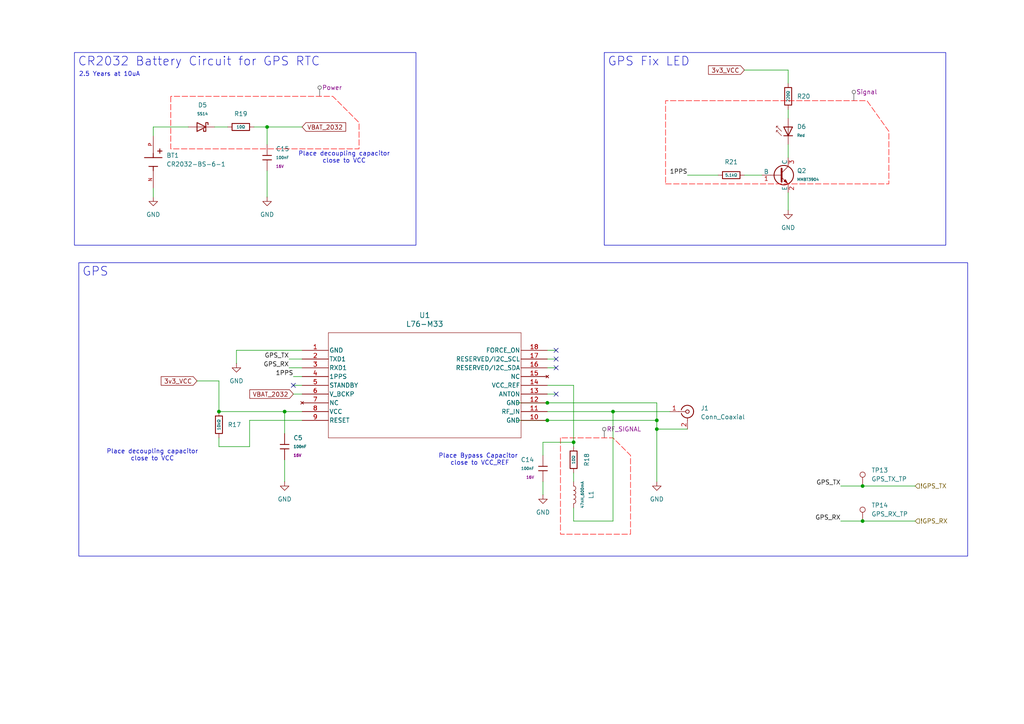
<source format=kicad_sch>
(kicad_sch (version 20250114) (generator "eeschema") (generator_version "9.0")
  (paper "A4")
  (title_block (title "Mileage Logger") (rev "DEV_001") (company "Jake Odgers"))
  (lib_symbols
    (symbol "CR2032-BS-6-1:CR2032-BS-6-1" (pin_names (offset 1.016))
      (property "Reference" "BT" (at -3.81 3.81 0))
      (property "Value" "CR2032-BS-6-1" (at -3.81 -5.08 0))
      (symbol "CR2032-BS-6-1_0_0"
        (polyline (pts (xy -3.81 1.905) (xy -2.54 1.905)) (stroke (width 0.254)))
        (polyline (pts (xy -3.175 2.54) (xy -3.175 1.27)) (stroke (width 0.254)))
        (polyline (pts (xy -1.27 2.54) (xy -1.27 0)) (stroke (width 0.254)))
        (polyline (pts (xy -1.27 0) (xy -2.54 0)) (stroke (width 0.254)))
        (polyline (pts (xy -1.27 0) (xy -1.27 -2.54)) (stroke (width 0.254)))
        (polyline (pts (xy 1.27 1.27) (xy 1.27 0)) (stroke (width 0.254)))
        (polyline (pts (xy 1.27 0) (xy 1.27 -1.27)) (stroke (width 0.254)))
        (polyline (pts (xy 1.27 0) (xy 2.54 0)) (stroke (width 0.254)))
        (pin passive line (at -7.62 0 0) (length 5.08) (name "~") (number "P"))
        (pin passive line (at 7.62 0 180) (length 5.08) (name "~") (number "N"))
      )
    )
    (symbol "Connector:Conn_Coaxial" (pin_names (offset 1.016) (hide yes))
      (property "Reference" "J" (at 0.254 3.048 0))
      (property "Value" "Conn_Coaxial" (at 2.921 0 90))
      (symbol "Conn_Coaxial_0_1"
        (polyline (pts (xy -2.54 0) (xy -0.508 0)))
        (arc (start 1.778 0) (mid 0.222 -1.8079) (end -1.778 -0.508) (stroke (width 0.254)))
        (arc (start -1.778 0.508) (mid 0.2221 1.8084) (end 1.778 0) (stroke (width 0.254)))
        (circle (center 0 0) (radius 0.508) (stroke (width 0.2032)))
        (polyline (pts (xy 0 -2.54) (xy 0 -1.778)))
      )
      (symbol "Conn_Coaxial_1_1"
        (pin passive line (at -5.08 0 0) (length 2.54) (name "In") (number "1"))
        (pin passive line (at 0 -5.08 90) (length 2.54) (name "Ext") (number "2"))
      )
    )
    (symbol "Connector:TestPoint" (pin_numbers (hide yes)) (pin_names (offset 0.762) (hide yes))
      (property "Reference" "TP" (at 0 6.858 0))
      (property "Value" "TestPoint" (at 0 5.08 0))
      (symbol "TestPoint_0_1"
        (circle (center 0 3.302) (radius 0.762))
      )
      (symbol "TestPoint_1_1"
        (pin passive line (at 0 0 90) (length 2.54) (name "1") (number "1"))
      )
    )
    (symbol "L76L-M33 GNSS:L76-M33" (pin_names (offset 0.254))
      (property "Reference" "U" (at 35.56 10.16 0))
      (property "Value" "L76-M33" (at 35.56 7.62 0))
      (symbol "L76-M33_0_1"
        (polyline (pts (xy 7.62 5.08) (xy 7.62 -25.4)) (stroke (width 0.127)))
        (polyline (pts (xy 7.62 -25.4) (xy 63.5 -25.4)) (stroke (width 0.127)))
        (polyline (pts (xy 63.5 5.08) (xy 7.62 5.08)) (stroke (width 0.127)))
        (polyline (pts (xy 63.5 -25.4) (xy 63.5 5.08)) (stroke (width 0.127)))
        (pin power_out line (at 0 0 0) (length 7.62) (name "GND") (number "1"))
        (pin output line (at 0 -2.54 0) (length 7.62) (name "TXD1") (number "2"))
        (pin input line (at 0 -5.08 0) (length 7.62) (name "RXD1") (number "3"))
        (pin output line (at 0 -7.62 0) (length 7.62) (name "1PPS") (number "4"))
        (pin input line (at 0 -10.16 0) (length 7.62) (name "STANDBY") (number "5"))
        (pin power_in line (at 0 -12.7 0) (length 7.62) (name "V_BCKP") (number "6"))
        (pin no_connect line (at 0 -15.24 0) (length 7.62) (name "NC") (number "7"))
        (pin power_in line (at 0 -17.78 0) (length 7.62) (name "VCC") (number "8"))
        (pin input line (at 0 -20.32 0) (length 7.62) (name "RESET") (number "9"))
        (pin input line (at 71.12 0 180) (length 7.62) (name "FORCE_ON") (number "18"))
        (pin bidirectional line (at 71.12 -2.54 180) (length 7.62) (name "RESERVED/I2C_SCL") (number "17"))
        (pin bidirectional line (at 71.12 -5.08 180) (length 7.62) (name "RESERVED/I2C_SDA") (number "16"))
        (pin no_connect line (at 71.12 -7.62 180) (length 7.62) (name "NC") (number "15"))
        (pin power_in line (at 71.12 -10.16 180) (length 7.62) (name "VCC_REF") (number "14"))
        (pin output line (at 71.12 -12.7 180) (length 7.62) (name "ANTON") (number "13"))
        (pin power_out line (at 71.12 -15.24 180) (length 7.62) (name "GND") (number "12"))
        (pin input line (at 71.12 -17.78 180) (length 7.62) (name "RF_IN") (number "11"))
        (pin power_out line (at 71.12 -20.32 180) (length 7.62) (name "GND") (number "10"))
      )
    )
    (symbol "PCM_JLCPCB-Capacitors:0402,100nF" (pin_numbers (hide yes)) (pin_names (offset 0))
      (property "Reference" "C" (at 2.032 1.668 0))
      (property "Value" "100nF" (at 2.032 -0.3782 0))
      (property "Voltage Rated" "16V" (at 2.032 -2.0462 0))
      (symbol "0402,100nF_0_1"
        (polyline (pts (xy -1.27 0.635) (xy 1.27 0.635)) (stroke (width 0.254)))
        (polyline (pts (xy -1.27 -0.635) (xy 1.27 -0.635)) (stroke (width 0.254)))
      )
      (symbol "0402,100nF_1_1"
        (pin passive line (at 0 3.81 270) (length 3.175) (name "~") (number "1"))
        (pin passive line (at 0 -3.81 90) (length 3.175) (name "~") (number "2"))
      )
    )
    (symbol "PCM_JLCPCB-Diodes:LED,0805,Red" (pin_numbers (hide yes)) (pin_names (offset 0))
      (property "Reference" "D" (at 2.032 0.834 0))
      (property "Value" "Red" (at 2.032 -1.2122 0))
      (symbol "LED,0805,Red_0_1"
        (polyline (pts (xy -1.905 0) (xy -3.429 1.524) (xy -3.429 1.016) (xy -3.429 1.524) (xy -2.921 1.524)) (stroke (width 0.127)))
        (polyline (pts (xy -1.905 -1.27) (xy -3.429 0.254) (xy -3.429 -0.254) (xy -3.429 0.254) (xy -2.921 0.254)) (stroke (width 0.127)))
        (polyline (pts (xy -1.27 1.27) (xy 0 -1.27) (xy 1.27 1.27) (xy -1.27 1.27)) (stroke (width 0.254)))
        (polyline (pts (xy -1.27 -1.27) (xy 1.27 -1.27)) (stroke (width 0.254)))
      )
      (symbol "LED,0805,Red_1_1"
        (pin passive line (at 0 3.81 270) (length 3.81) (name "~") (number "2"))
        (pin passive line (at 0 -3.81 90) (length 3.81) (name "~") (number "1"))
      )
    )
    (symbol "PCM_JLCPCB-Diodes:Schottky,SS14" (pin_numbers (hide yes)) (pin_names (offset 0))
      (property "Reference" "D" (at 2.032 0.834 0))
      (property "Value" "SS14" (at 2.032 -1.2122 0))
      (symbol "Schottky,SS14_0_1"
        (polyline (pts (xy -1.27 1.27) (xy 0 -1.27) (xy 1.27 1.27) (xy -1.27 1.27)) (stroke (width 0.254)))
        (polyline (pts (xy 0.635 -1.905) (xy 1.27 -1.905) (xy 1.27 -1.27) (xy -1.27 -1.27) (xy -1.27 -0.635) (xy -0.635 -0.635)) (stroke (width 0.254)))
      )
      (symbol "Schottky,SS14_1_1"
        (pin passive line (at 0 3.81 270) (length 3.81) (name "~") (number "2"))
        (pin passive line (at 0 -3.81 90) (length 3.81) (name "~") (number "1"))
      )
    )
    (symbol "PCM_JLCPCB-Inductors:47nH_600mA" (pin_numbers (hide yes)) (pin_names (offset 0))
      (property "Reference" "L" (at 1.2673 0.834 0))
      (property "Value" "47nH_600mA" (at 1.2673 -1.2122 0))
      (symbol "47nH_600mA_0_1"
        (arc (start 0 2.54) (mid 0.6323 1.905) (end 0 1.27))
        (arc (start 0 1.27) (mid 0.6323 0.635) (end 0 0))
        (arc (start 0 0) (mid 0.6323 -0.635) (end 0 -1.27))
        (arc (start 0 -1.27) (mid 0.6323 -1.905) (end 0 -2.54))
      )
      (symbol "47nH_600mA_1_1"
        (pin passive line (at 0 3.81 270) (length 1.27) (name "~") (number "1"))
        (pin passive line (at 0 -3.81 90) (length 1.27) (name "~") (number "2"))
      )
    )
    (symbol "PCM_JLCPCB-Resistors:0402,10kΩ" (pin_numbers (hide yes)) (pin_names (offset 0))
      (property "Reference" "R" (at 1.778 0 0))
      (property "Value" "10kΩ" (at 0 0 90))
      (symbol "0402,10kΩ_0_1"
        (rectangle (start -1.016 2.54) (end 1.016 -2.54) (stroke (width 0.254)))
      )
      (symbol "0402,10kΩ_1_1"
        (pin passive line (at 0 3.81 270) (length 1.27) (name "~") (number "1"))
        (pin passive line (at 0 -3.81 90) (length 1.27) (name "~") (number "2"))
      )
    )
    (symbol "PCM_JLCPCB-Resistors:0402,10Ω" (pin_numbers (hide yes)) (pin_names (offset 0))
      (property "Reference" "R" (at 1.778 0 0))
      (property "Value" "10Ω" (at 0 0 90))
      (symbol "0402,10Ω_0_1"
        (rectangle (start -1.016 2.54) (end 1.016 -2.54) (stroke (width 0.254)))
      )
      (symbol "0402,10Ω_1_1"
        (pin passive line (at 0 3.81 270) (length 1.27) (name "~") (number "1"))
        (pin passive line (at 0 -3.81 90) (length 1.27) (name "~") (number "2"))
      )
    )
    (symbol "PCM_JLCPCB-Resistors:0402,220Ω" (pin_numbers (hide yes)) (pin_names (offset 0))
      (property "Reference" "R" (at 1.778 0 0))
      (property "Value" "220Ω" (at 0 0 90))
      (symbol "0402,220Ω_0_1"
        (rectangle (start -1.016 2.54) (end 1.016 -2.54) (stroke (width 0.254)))
      )
      (symbol "0402,220Ω_1_1"
        (pin passive line (at 0 3.81 270) (length 1.27) (name "~") (number "1"))
        (pin passive line (at 0 -3.81 90) (length 1.27) (name "~") (number "2"))
      )
    )
    (symbol "PCM_JLCPCB-Resistors:0402,5.1kΩ" (pin_numbers (hide yes)) (pin_names (offset 0))
      (property "Reference" "R" (at 1.778 0 0))
      (property "Value" "5.1kΩ" (at 0 0 90))
      (symbol "0402,5.1kΩ_0_1"
        (rectangle (start -1.016 2.54) (end 1.016 -2.54) (stroke (width 0.254)))
      )
      (symbol "0402,5.1kΩ_1_1"
        (pin passive line (at 0 3.81 270) (length 1.27) (name "~") (number "1"))
        (pin passive line (at 0 -3.81 90) (length 1.27) (name "~") (number "2"))
      )
    )
    (symbol "PCM_JLCPCB-Transistors:NPN,MMBT3904" (pin_names (offset 0))
      (property "Reference" "Q" (at 4.8514 0.834 0))
      (property "Value" "MMBT3904" (at 4.8514 -1.2122 0))
      (symbol "NPN,MMBT3904_0_1"
        (polyline (pts (xy -2.54 0) (xy 0.635 0)) (stroke (width 0.1524)))
        (polyline (pts (xy 0.635 1.905) (xy 0.635 -1.905) (xy 0.635 -1.905)) (stroke (width 0.508)))
        (polyline (pts (xy 0.635 0.635) (xy 2.54 2.54)))
        (polyline (pts (xy 0.635 -0.635) (xy 2.54 -2.54) (xy 2.54 -2.54)))
        (circle (center 1.27 0) (radius 2.8194) (stroke (width 0.254)))
        (polyline (pts (xy 1.27 -1.778) (xy 1.778 -1.27) (xy 2.286 -2.286) (xy 1.27 -1.778) (xy 1.27 -1.778)) (fill (type outline)))
        (polyline (pts (xy 2.794 -1.27) (xy 2.794 -1.27)) (stroke (width 0.1524)))
        (polyline (pts (xy 2.794 -1.27) (xy 2.794 -1.27)) (stroke (width 0.1524)))
      )
      (symbol "NPN,MMBT3904_1_1"
        (pin input line (at -5.08 0 0) (length 2.54) (name "B") (number "1"))
        (pin open_collector line (at 2.54 5.08 270) (length 2.54) (name "C") (number "3"))
        (pin open_emitter line (at 2.54 -5.08 90) (length 2.54) (name "E") (number "2"))
      )
    )
    (symbol "power:GND" (power) (pin_numbers (hide yes)) (pin_names (offset 0) (hide yes))
      (property "Value" "GND" (at 0 -3.81 0))
      (symbol "GND_0_1"
        (polyline (pts (xy 0 0) (xy 0 -1.27) (xy 1.27 -1.27) (xy 0 -2.54) (xy -1.27 -1.27) (xy 0 -1.27)))
      )
      (symbol "GND_1_1"
        (pin power_in line (at 0 0 270) (length 0) (name "~") (number "1"))
      )
    )
  )
  (text "2.5 Years at 10uA" (at 31.75 21.59 0) (effects (font (size 1.27 1.27))))
  (text "Place Bypass Capacitor\n close to VCC_REF\n\n" (at 138.684 134.366 0) (effects (font (size 1.27 1.27))))
  (text "Place decoupling capacitor\nclose to VCC\n" (at 44.196 132.08 0) (effects (font (size 1.27 1.27))))
  (text "Place decoupling capacitor\nclose to VCC\n" (at 99.822 45.72 0) (effects (font (size 1.27 1.27))))
  (text_box "GPS " (at 22.86 76.2 0) (size 257.81 85.09) (margins 0.9525 0.9525 0.9525 0.9525) (effects (font (size 2.54 2.54)) (justify left top)))
  (text_box "GPS Fix LED" (at 175.26 15.24 0) (size 99.06 55.88) (margins 0.9525 0.9525 0.9525 0.9525) (effects (font (size 2.54 2.54)) (justify left top)))
  (text_box "CR2032 Battery Circuit for GPS RTC\n" (at 21.59 15.24 0) (size 99.06 55.88) (margins 0.9525 0.9525 0.9525 0.9525) (effects (font (size 2.54 2.54)) (justify left top)))
  (junction (at 190.5 124.46))
  (junction (at 63.5 119.38))
  (junction (at 82.55 119.38))
  (junction (at 250.19 140.97))
  (junction (at 158.75 121.92))
  (junction (at 250.19 151.13))
  (junction (at 177.8 119.38))
  (junction (at 77.47 36.83))
  (junction (at 190.5 121.92))
  (junction (at 166.37 128.27))
  (junction (at 158.75 116.84))
  (no_connect (at 161.29 106.68))
  (no_connect (at 161.29 104.14))
  (no_connect (at 161.29 114.3))
  (no_connect (at 161.29 101.6))
  (no_connect (at 85.09 111.76))
  (wire (pts (xy 250.19 140.97) (xy 265.43 140.97)))
  (wire (pts (xy 68.58 101.6) (xy 68.58 105.41)))
  (wire (pts (xy 83.82 106.68) (xy 87.63 106.68)))
  (wire (pts (xy 44.45 39.37) (xy 44.45 36.83)))
  (wire (pts (xy 85.09 111.76) (xy 87.63 111.76)))
  (wire (pts (xy 199.39 50.8) (xy 208.28 50.8)))
  (wire (pts (xy 82.55 119.38) (xy 87.63 119.38)))
  (wire (pts (xy 166.37 111.76) (xy 166.37 128.27)))
  (wire (pts (xy 158.75 114.3) (xy 161.29 114.3)))
  (wire (pts (xy 73.66 36.83) (xy 77.47 36.83)))
  (wire (pts (xy 157.48 128.27) (xy 157.48 132.08)))
  (wire (pts (xy 158.75 119.38) (xy 177.8 119.38)))
  (wire (pts (xy 83.82 104.14) (xy 87.63 104.14)))
  (wire (pts (xy 166.37 128.27) (xy 157.48 128.27)))
  (wire (pts (xy 166.37 137.16) (xy 166.37 139.7)))
  (wire (pts (xy 228.6 20.32) (xy 228.6 24.13)))
  (wire (pts (xy 158.75 121.92) (xy 190.5 121.92)))
  (wire (pts (xy 85.09 114.3) (xy 87.63 114.3)))
  (wire (pts (xy 243.84 151.13) (xy 250.19 151.13)))
  (wire (pts (xy 228.6 55.88) (xy 228.6 60.96)))
  (wire (pts (xy 62.23 36.83) (xy 66.04 36.83)))
  (wire (pts (xy 77.47 49.53) (xy 77.47 57.15)))
  (wire (pts (xy 157.48 139.7) (xy 157.48 143.51)))
  (wire (pts (xy 44.45 36.83) (xy 54.61 36.83)))
  (wire (pts (xy 190.5 116.84) (xy 190.5 121.92)))
  (wire (pts (xy 177.8 119.38) (xy 194.31 119.38)))
  (wire (pts (xy 166.37 128.27) (xy 166.37 129.54)))
  (wire (pts (xy 190.5 121.92) (xy 190.5 124.46)))
  (wire (pts (xy 228.6 31.75) (xy 228.6 34.29)))
  (wire (pts (xy 87.63 101.6) (xy 68.58 101.6)))
  (wire (pts (xy 77.47 36.83) (xy 77.47 41.91)))
  (wire (pts (xy 228.6 41.91) (xy 228.6 45.72)))
  (wire (pts (xy 166.37 151.13) (xy 177.8 151.13)))
  (wire (pts (xy 85.09 109.22) (xy 87.63 109.22)))
  (wire (pts (xy 166.37 111.76) (xy 158.75 111.76)))
  (wire (pts (xy 82.55 133.35) (xy 82.55 139.7)))
  (wire (pts (xy 250.19 151.13) (xy 265.43 151.13)))
  (wire (pts (xy 190.5 124.46) (xy 190.5 139.7)))
  (wire (pts (xy 63.5 110.49) (xy 57.15 110.49)))
  (wire (pts (xy 215.9 20.32) (xy 228.6 20.32)))
  (wire (pts (xy 158.75 106.68) (xy 161.29 106.68)))
  (wire (pts (xy 72.39 121.92) (xy 72.39 129.54)))
  (wire (pts (xy 149.86 121.92) (xy 158.75 121.92)))
  (wire (pts (xy 158.75 116.84) (xy 190.5 116.84)))
  (wire (pts (xy 158.75 101.6) (xy 161.29 101.6)))
  (wire (pts (xy 190.5 124.46) (xy 199.39 124.46)))
  (wire (pts (xy 44.45 54.61) (xy 44.45 57.15)))
  (wire (pts (xy 166.37 147.32) (xy 166.37 151.13)))
  (wire (pts (xy 63.5 119.38) (xy 82.55 119.38)))
  (wire (pts (xy 63.5 129.54) (xy 63.5 127)))
  (wire (pts (xy 87.63 121.92) (xy 72.39 121.92)))
  (wire (pts (xy 149.86 116.84) (xy 158.75 116.84)))
  (wire (pts (xy 215.9 50.8) (xy 220.98 50.8)))
  (wire (pts (xy 72.39 129.54) (xy 63.5 129.54)))
  (wire (pts (xy 63.5 119.38) (xy 63.5 110.49)))
  (wire (pts (xy 158.75 104.14) (xy 161.29 104.14)))
  (wire (pts (xy 77.47 36.83) (xy 87.63 36.83)))
  (wire (pts (xy 82.55 125.73) (xy 82.55 119.38)))
  (wire (pts (xy 243.84 140.97) (xy 250.19 140.97)))
  (wire (pts (xy 177.8 119.38) (xy 177.8 151.13)))
  (label "GPS_TX" (at 243.84 140.97 180))
  (label "1PPS" (at 199.39 50.8 180))
  (label "GPS_TX" (at 83.82 104.14 180))
  (label "1PPS" (at 85.09 109.22 180))
  (label "GPS_RX" (at 83.82 106.68 180))
  (label "GPS_RX" (at 243.84 151.13 180))
  (global_label "VBAT_2032" (shape input) (at 85.09 114.3 180) (property "Intersheetrefs" "${INTERSHEET_REFS}" (effects (hide yes))))
  (global_label "3v3_VCC" (shape input) (at 57.15 110.49 180) (property "Intersheetrefs" "${INTERSHEET_REFS}" (effects (hide yes))))
  (global_label "3v3_VCC" (shape input) (at 215.9 20.32 180) (property "Intersheetrefs" "${INTERSHEET_REFS}" (effects (hide yes))))
  (global_label "VBAT_2032" (shape input) (at 87.63 36.83 0) (property "Intersheetrefs" "${INTERSHEET_REFS}" (effects (hide yes))))
  (hierarchical_label "!GPS_RX" (shape input) (at 265.43 151.13 0))
  (hierarchical_label "!GPS_TX" (shape input) (at 265.43 140.97 0))
  (rule_area (polyline (pts (xy 49.53 27.94) (xy 49.53 43.18) (xy 104.14 43.18) (xy 104.14 35.56) (xy 96.52 27.94)) (stroke (width 0) (type dash))))
  (rule_area (polyline (pts (xy 193.04 53.34) (xy 257.81 53.34) (xy 257.81 38.1) (xy 251.46 29.21) (xy 193.04 29.21) (xy 193.04 31.75)) (stroke (width 0) (type dash))))
  (rule_area (polyline (pts (xy 162.56 127) (xy 162.56 154.94) (xy 182.88 154.94) (xy 182.88 132.08) (xy 177.8 127)) (stroke (width 0) (type dash))))
  (netclass_flag "" (length 2.54) (shape round) (at 92.71 27.94 0) (property "Netclass" "Power" (at 93.4085 25.4 0) (effects (justify left))))
  (netclass_flag "" (length 2.54) (shape round) (at 175.26 127 0) (property "Netclass" "RF_SIGNAL" (at 175.9585 124.46 0) (effects (justify left))))
  (netclass_flag "" (length 2.54) (shape round) (at 247.65 29.21 0) (property "Netclass" "Signal" (at 248.3485 26.67 0) (effects (justify left))))
  (symbol (lib_id "PCM_JLCPCB-Capacitors:0402,100nF") (at 77.47 45.72 0) (unit 1)
    (property "Reference" "C15" (at 80.01 43.1799 0) (effects (justify left)))
    (property "Value" "100nF" (at 80.01 45.72 0) (effects (font (size 0.8 0.8)) (justify left)))
    (property "Footprint" "PCM_JLCPCB:C_0402" (effects (hide yes)))
    (property "Datasheet" "https://www.lcsc.com/datasheet/lcsc_datasheet_2304140030_Samsung-Electro-Mechanics-CL05B104KO5NNNC_C1525.pdf" (effects (hide yes)))
    (property "Description" "16V 100nF X7R ±10% 0402 Multilayer Ceramic Capacitors MLCC - SMD/SMT ROHS" (effects (hide yes)))
    (property "LCSC" "C1525" (effects (hide yes)))
    (property "Stock" "20208285" (effects (hide yes)))
    (property "Price" "0.004USD" (effects (hide yes)))
    (property "Process" "SMT" (effects (hide yes)))
    (property "Minimum Qty" "20" (effects (hide yes)))
    (property "Attrition Qty" "10" (effects (hide yes)))
    (property "Class" "Basic Component" (effects (hide yes)))
    (property "Category" "Capacitors,Multilayer Ceramic Capacitors MLCC - SMD/SMT" (effects (hide yes)))
    (property "Manufacturer" "Samsung Electro-Mechanics" (effects (hide yes)))
    (property "Part" "CL05B104KO5NNNC" (effects (hide yes)))
    (property "Voltage Rated" "16V" (at 80.01 48.26 0) (effects (font (size 0.8 0.8)) (justify left)))
    (property "Tolerance" "±10%" (effects (hide yes)))
    (property "Capacitance" "100nF" (effects (hide yes)))
    (property "Temperature Coefficient" "X7R" (effects (hide yes)))
  )
  (symbol (lib_id "PCM_JLCPCB-Capacitors:0402,100nF") (at 157.48 135.89 0) (mirror y) (unit 1)
    (property "Reference" "C14" (at 154.94 133.3499 0) (effects (justify left)))
    (property "Value" "100nF" (at 154.94 135.89 0) (effects (font (size 0.8 0.8)) (justify left)))
    (property "Footprint" "PCM_JLCPCB:C_0402" (effects (hide yes)))
    (property "Datasheet" "https://www.lcsc.com/datasheet/lcsc_datasheet_2304140030_Samsung-Electro-Mechanics-CL05B104KO5NNNC_C1525.pdf" (effects (hide yes)))
    (property "Description" "16V 100nF X7R ±10% 0402 Multilayer Ceramic Capacitors MLCC - SMD/SMT ROHS" (effects (hide yes)))
    (property "LCSC" "C1525" (effects (hide yes)))
    (property "Stock" "20208285" (effects (hide yes)))
    (property "Price" "0.004USD" (effects (hide yes)))
    (property "Process" "SMT" (effects (hide yes)))
    (property "Minimum Qty" "20" (effects (hide yes)))
    (property "Attrition Qty" "10" (effects (hide yes)))
    (property "Class" "Basic Component" (effects (hide yes)))
    (property "Category" "Capacitors,Multilayer Ceramic Capacitors MLCC - SMD/SMT" (effects (hide yes)))
    (property "Manufacturer" "Samsung Electro-Mechanics" (effects (hide yes)))
    (property "Part" "CL05B104KO5NNNC" (effects (hide yes)))
    (property "Voltage Rated" "16V" (at 154.94 138.43 0) (effects (font (size 0.8 0.8)) (justify left)))
    (property "Tolerance" "±10%" (effects (hide yes)))
    (property "Capacitance" "100nF" (effects (hide yes)))
    (property "Temperature Coefficient" "X7R" (effects (hide yes)))
  )
  (symbol (lib_id "PCM_JLCPCB-Diodes:Schottky,SS14") (at 58.42 36.83 90) (unit 1)
    (property "Reference" "D5" (at 58.7375 30.48 90))
    (property "Value" "SS14" (at 58.7375 33.02 90) (effects (font (size 0.8 0.8))))
    (property "Footprint" "PCM_JLCPCB:D_SMA" (effects (hide yes)))
    (property "Datasheet" "https://www.lcsc.com/datasheet/lcsc_datasheet_2407101109_MDD-Microdiode-Semiconductor-SS14_C2480.pdf" (effects (hide yes)))
    (property "Description" "40V Independent Type 1A 550mV@1A SMA(DO-214AC) Schottky Diodes ROHS" (effects (hide yes)))
    (property "LCSC" "C2480" (effects (hide yes)))
    (property "Stock" "1115112" (effects (hide yes)))
    (property "Price" "0.018USD" (effects (hide yes)))
    (property "Process" "SMT" (effects (hide yes)))
    (property "Minimum Qty" "5" (effects (hide yes)))
    (property "Attrition Qty" "10" (effects (hide yes)))
    (property "Class" "Basic Component" (effects (hide yes)))
    (property "Category" "Diodes,Schottky Barrier Diodes (SBD)" (effects (hide yes)))
    (property "Manufacturer" "MDD（Microdiode Electronics）" (effects (hide yes)))
    (property "Part" "SS14" (effects (hide yes)))
    (property "Rectified Current" "1A" (effects (hide yes)))
    (property "Forward Voltage (Vf@If)" "550mV@1A" (effects (hide yes)))
    (property "Reverse Voltage (Vr)" "40V" (effects (hide yes)))
    (property "Diode Configuration" "Independent Type" (effects (hide yes)))
    (property "Reverse Leakage Current (Ir)" "300uA@40V" (effects (hide yes)))
  )
  (symbol (lib_id "power:GND") (at 44.45 57.15 0) (unit 1)
    (property "Reference" "#PWR025" (effects (hide yes)))
    (property "Value" "GND" (at 44.45 62.23 0))
    (property "Description" "Power symbol creates a global label with name \"GND\" , ground" (effects (hide yes)))
  )
  (symbol (lib_id "PCM_JLCPCB-Capacitors:0402,100nF") (at 82.55 129.54 0) (unit 1)
    (property "Reference" "C5" (at 85.09 126.9999 0) (effects (justify left)))
    (property "Value" "100nF" (at 85.09 129.54 0) (effects (font (size 0.8 0.8)) (justify left)))
    (property "Footprint" "PCM_JLCPCB:C_0402" (effects (hide yes)))
    (property "Datasheet" "https://www.lcsc.com/datasheet/lcsc_datasheet_2304140030_Samsung-Electro-Mechanics-CL05B104KO5NNNC_C1525.pdf" (effects (hide yes)))
    (property "Description" "16V 100nF X7R ±10% 0402 Multilayer Ceramic Capacitors MLCC - SMD/SMT ROHS" (effects (hide yes)))
    (property "LCSC" "C1525" (effects (hide yes)))
    (property "Stock" "20208285" (effects (hide yes)))
    (property "Price" "0.004USD" (effects (hide yes)))
    (property "Process" "SMT" (effects (hide yes)))
    (property "Minimum Qty" "20" (effects (hide yes)))
    (property "Attrition Qty" "10" (effects (hide yes)))
    (property "Class" "Basic Component" (effects (hide yes)))
    (property "Category" "Capacitors,Multilayer Ceramic Capacitors MLCC - SMD/SMT" (effects (hide yes)))
    (property "Manufacturer" "Samsung Electro-Mechanics" (effects (hide yes)))
    (property "Part" "CL05B104KO5NNNC" (effects (hide yes)))
    (property "Voltage Rated" "16V" (at 85.09 132.08 0) (effects (font (size 0.8 0.8)) (justify left)))
    (property "Tolerance" "±10%" (effects (hide yes)))
    (property "Capacitance" "100nF" (effects (hide yes)))
    (property "Temperature Coefficient" "X7R" (effects (hide yes)))
  )
  (symbol (lib_id "L76L-M33 GNSS:L76-M33") (at 87.63 101.6 0) (unit 1)
    (property "Reference" "U1" (at 123.19 91.44 0) (effects (font (size 1.524 1.524))))
    (property "Value" "L76-M33" (at 123.19 93.98 0) (effects (font (size 1.524 1.524))))
    (property "Footprint" "GPS L76-M33:L76_QWS" (effects (hide yes)))
    (property "Datasheet" "L76-M33" (effects (hide yes)))
  )
  (symbol (lib_id "Connector:Conn_Coaxial") (at 199.39 119.38 0) (unit 1)
    (property "Reference" "J1" (at 203.2 118.4031 0) (effects (justify left)))
    (property "Value" "Conn_Coaxial" (at 203.2 120.9431 0) (effects (justify left)))
    (property "Footprint" "Connector_Coaxial:SMA_Amphenol_901-143_Horizontal" (effects (hide yes)))
    (property "Description" "coaxial connector (BNC, SMA, SMB, SMC, Cinch/RCA, LEMO, ...)" (effects (hide yes)))
  )
  (symbol (lib_id "Connector:TestPoint") (at 250.19 151.13 0) (unit 1)
    (property "Reference" "TP14" (at 252.73 146.5579 0) (effects (justify left)))
    (property "Value" "GPS_RX_TP" (at 252.73 149.0979 0) (effects (justify left)))
    (property "Footprint" "TestPoint:TestPoint_Pad_D2.5mm" (effects (hide yes)))
    (property "Description" "test point" (effects (hide yes)))
  )
  (symbol (lib_id "power:GND") (at 190.5 139.7 0) (unit 1)
    (property "Reference" "#PWR022" (effects (hide yes)))
    (property "Value" "GND" (at 190.5 144.78 0))
    (property "Description" "Power symbol creates a global label with name \"GND\" , ground" (effects (hide yes)))
  )
  (symbol (lib_id "PCM_JLCPCB-Resistors:0402,10kΩ") (at 63.5 123.19 0) (unit 1)
    (property "Reference" "R17" (at 66.04 123.1899 0) (effects (justify left)))
    (property "Value" "10kΩ" (at 63.5 123.19 90) (effects (font (size 0.8 0.8))))
    (property "Footprint" "PCM_JLCPCB:R_0402" (effects (hide yes)))
    (property "Datasheet" "https://www.lcsc.com/datasheet/lcsc_datasheet_2411221126_UNI-ROYAL-Uniroyal-Elec-0402WGF1002TCE_C25744.pdf" (effects (hide yes)))
    (property "Description" "62.5mW Thick Film Resistors 50V ±100ppm/°C ±1% 10kΩ 0402 Chip Resistor - Surface Mount ROHS" (effects (hide yes)))
    (property "LCSC" "C25744" (effects (hide yes)))
    (property "Stock" "24372091" (effects (hide yes)))
    (property "Price" "0.004USD" (effects (hide yes)))
    (property "Process" "SMT" (effects (hide yes)))
    (property "Minimum Qty" "20" (effects (hide yes)))
    (property "Attrition Qty" "10" (effects (hide yes)))
    (property "Class" "Basic Component" (effects (hide yes)))
    (property "Category" "Resistors,Chip Resistor - Surface Mount" (effects (hide yes)))
    (property "Manufacturer" "UNI-ROYAL(Uniroyal Elec)" (effects (hide yes)))
    (property "Part" "0402WGF1002TCE" (effects (hide yes)))
    (property "Resistance" "10kΩ" (effects (hide yes)))
    (property "Power(Watts)" "62.5mW" (effects (hide yes)))
    (property "Type" "Thick Film Resistors" (effects (hide yes)))
    (property "Overload Voltage (Max)" "50V" (effects (hide yes)))
    (property "Operating Temperature Range" "-55°C~+155°C" (effects (hide yes)))
    (property "Tolerance" "±1%" (effects (hide yes)))
    (property "Temperature Coefficient" "±100ppm/°C" (effects (hide yes)))
  )
  (symbol (lib_id "power:GND") (at 68.58 105.41 0) (unit 1)
    (property "Reference" "#PWR023" (effects (hide yes)))
    (property "Value" "GND" (at 68.58 110.49 0))
    (property "Description" "Power symbol creates a global label with name \"GND\" , ground" (effects (hide yes)))
  )
  (symbol (lib_id "PCM_JLCPCB-Resistors:0402,220Ω") (at 228.6 27.94 0) (unit 1)
    (property "Reference" "R20" (at 231.14 27.9399 0) (effects (justify left)))
    (property "Value" "220Ω" (at 228.6 27.94 90) (effects (font (size 0.8 0.8))))
    (property "Footprint" "PCM_JLCPCB:R_0402" (effects (hide yes)))
    (property "Datasheet" "https://www.lcsc.com/datasheet/lcsc_datasheet_2205311900_UNI-ROYAL-Uniroyal-Elec-0402WGF2200TCE_C25091.pdf" (effects (hide yes)))
    (property "Description" "62.5mW Thick Film Resistors 50V ±100ppm/°C ±1% 220Ω 0402 Chip Resistor - Surface Mount ROHS" (effects (hide yes)))
    (property "LCSC" "C25091" (effects (hide yes)))
    (property "Stock" "1127279" (effects (hide yes)))
    (property "Price" "0.004USD" (effects (hide yes)))
    (property "Process" "SMT" (effects (hide yes)))
    (property "Minimum Qty" "20" (effects (hide yes)))
    (property "Attrition Qty" "10" (effects (hide yes)))
    (property "Class" "Basic Component" (effects (hide yes)))
    (property "Category" "Resistors,Chip Resistor - Surface Mount" (effects (hide yes)))
    (property "Manufacturer" "UNI-ROYAL(Uniroyal Elec)" (effects (hide yes)))
    (property "Part" "0402WGF2200TCE" (effects (hide yes)))
    (property "Resistance" "220Ω" (effects (hide yes)))
    (property "Power(Watts)" "62.5mW" (effects (hide yes)))
    (property "Type" "Thick Film Resistors" (effects (hide yes)))
    (property "Overload Voltage (Max)" "50V" (effects (hide yes)))
    (property "Operating Temperature Range" "-55°C~+155°C" (effects (hide yes)))
    (property "Tolerance" "±1%" (effects (hide yes)))
    (property "Temperature Coefficient" "±100ppm/°C" (effects (hide yes)))
  )
  (symbol (lib_id "power:GND") (at 157.48 143.51 0) (unit 1)
    (property "Reference" "#PWR024" (effects (hide yes)))
    (property "Value" "GND" (at 157.48 148.59 0))
    (property "Description" "Power symbol creates a global label with name \"GND\" , ground" (effects (hide yes)))
  )
  (symbol (lib_id "CR2032-BS-6-1:CR2032-BS-6-1") (at 44.45 46.99 270) (unit 1)
    (property "Reference" "BT1" (at 48.26 45.0849 90) (effects (justify left)))
    (property "Value" "CR2032-BS-6-1" (at 48.26 47.6249 90) (effects (justify left)))
    (property "Footprint" "CR2032:BAT_CR2032-BS-6-1" (effects (hide yes)))
    (property "MF" "Shenzhen Q&J Electronics Co. Ltd" (effects (hide yes)))
    (property "MAXIMUM_PACKAGE_HEIGHT" "5.55mm" (effects (hide yes)))
    (property "Package" "Package" (effects (hide yes)))
    (property "Price" "None" (effects (hide yes)))
    (property "Check_prices" "https://www.snapeda.com/parts/CR2032-BS-6-1/Shenzhen+Huacan+Tianlu+Electronics+Co.%252C+Ltd./view-part/?ref=eda" (effects (hide yes)))
    (property "STANDARD" "Manufacturer Recommendations" (effects (hide yes)))
    (property "PARTREV" "2011/2/14" (effects (hide yes)))
    (property "SnapEDA_Link" "https://www.snapeda.com/parts/CR2032-BS-6-1/Shenzhen+Huacan+Tianlu+Electronics+Co.%252C+Ltd./view-part/?ref=snap" (effects (hide yes)))
    (property "MP" "CR2032-BS-6-1" (effects (hide yes)))
    (property "Description_1" "Battery base CR2032 SMD Battery Connectors ROHS" (effects (hide yes)))
    (property "SNAPEDA_PN" "CR2032-BS-6-1" (effects (hide yes)))
    (property "Availability" "Not in stock" (effects (hide yes)))
    (property "MANUFACTURER" "Shenzhen Q and J Electronics" (effects (hide yes)))
  )
  (symbol (lib_id "power:GND") (at 228.6 60.96 0) (unit 1)
    (property "Reference" "#PWR027" (effects (hide yes)))
    (property "Value" "GND" (at 228.6 66.04 0))
    (property "Description" "Power symbol creates a global label with name \"GND\" , ground" (effects (hide yes)))
  )
  (symbol (lib_id "PCM_JLCPCB-Diodes:LED,0805,Red") (at 228.6 38.1 0) (unit 1)
    (property "Reference" "D6" (at 231.14 36.7346 0) (effects (justify left)))
    (property "Value" "Red" (at 231.14 39.2747 0) (effects (font (size 0.8 0.8)) (justify left)))
    (property "Footprint" "PCM_JLCPCB:D_0805" (effects (hide yes)))
    (property "Datasheet" "https://www.lcsc.com/datasheet/lcsc_datasheet_2409272203_Foshan-NationStar-Optoelectronics-NCD0805R1_C84256.pdf" (effects (hide yes)))
    (property "Description" "25mA Colorless transparent lens 67mcd~195mcd -30°C~+85°C 615nm~630nm Individual diode Red 130° 65mW 1.6V~2.6V 0805 LED Indication - Discrete ROHS" (effects (hide yes)))
    (property "LCSC" "C84256" (effects (hide yes)))
    (property "Stock" "2976925" (effects (hide yes)))
    (property "Price" "0.016USD" (effects (hide yes)))
    (property "Process" "SMT" (effects (hide yes)))
    (property "Minimum Qty" "20" (effects (hide yes)))
    (property "Attrition Qty" "10" (effects (hide yes)))
    (property "Class" "Basic Component" (effects (hide yes)))
    (property "Category" "Optoelectronics,Light Emitting Diodes (LED)" (effects (hide yes)))
    (property "Manufacturer" "Foshan NationStar Optoelectronics" (effects (hide yes)))
    (property "Part" "NCD0805R1" (effects (hide yes)))
    (property "Operating Temperature" "-30°C~+85°C" (effects (hide yes)))
    (property "Viewing Angle" "130°" (effects (hide yes)))
    (property "Forward Current" "25mA" (effects (hide yes)))
    (property "Forward Voltage (VF)" "1.6V~2.6V" (effects (hide yes)))
    (property "Luminous Intensity" "67mcd~195mcd" (effects (hide yes)))
    (property "Dominant Wavelength" "615nm~630nm" (effects (hide yes)))
    (property "Power Dissipation" "65mW" (effects (hide yes)))
    (property "Emitted Color" "Red" (effects (hide yes)))
    (property "Diode Configuration" "Independent Diode" (effects (hide yes)))
    (property "Lens Color" "Colorless Transparent Lens" (effects (hide yes)))
  )
  (symbol (lib_id "PCM_JLCPCB-Inductors:47nH_600mA") (at 166.37 143.51 0) (unit 1)
    (property "Reference" "L1" (at 171.45 143.51 90))
    (property "Value" "47nH_600mA" (at 168.91 143.51 90) (effects (font (size 0.8 0.8))))
    (property "Footprint" "PCM_JLCPCB:L_0603" (effects (hide yes)))
    (property "Datasheet" "https://jlcpcb.com/api/file/downloadByFileSystemAccessId/8588906689525657600" (effects (hide yes)))
    (property "Description" "280mΩ 2GHz 36@200MHz 47nH 600mA ±5% 0603 Inductors (SMD) ROHS" (effects (hide yes)))
    (property "LCSC" "C142358" (effects (hide yes)))
    (property "Stock" "9294" (effects (hide yes)))
    (property "Price" "$0.0383" (effects (hide yes)))
    (property "Process" "SMT" (effects (hide yes)))
    (property "Minimum Qty" "20" (effects (hide yes)))
    (property "Attrition Qty" "6" (effects (hide yes)))
    (property "Class" "Extended Component" (effects (hide yes)))
    (property "Category" "Inductors/Coils/Transformers,Inductors (SMD)" (effects (hide yes)))
    (property "Manufacturer" "FH (Guangdong Fenghua Advanced Tech)" (effects (hide yes)))
    (property "Part" "FHW0603UC047JST" (effects (hide yes)))
    (property "Inductance" "47nH" (effects (hide yes)))
    (property "Q @ Freq" "36@200MHz" (effects (hide yes)))
    (property "Frequency - Self Resonant" "2GHz" (effects (hide yes)))
    (property "Tolerance" "±5%" (effects (hide yes)))
    (property "Rated Current" " 600mA" (effects (hide yes)))
    (property "DC Resistance (DCR)" "280mΩ" (effects (hide yes)))
  )
  (symbol (lib_id "PCM_JLCPCB-Transistors:NPN,MMBT3904") (at 226.06 50.8 0) (unit 1)
    (property "Reference" "Q2" (at 231.14 49.5299 0) (effects (justify left)))
    (property "Value" "MMBT3904" (at 231.14 52.07 0) (effects (font (size 0.8 0.8)) (justify left)))
    (property "Footprint" "PCM_JLCPCB:Q_SOT-23" (effects (hide yes)))
    (property "Datasheet" "https://wmsc.lcsc.com/wmsc/upload/file/pdf/v2/lcsc/2312221203_hongjiacheng-MMBT3904_C7420353.pdf" (effects (hide yes)))
    (property "Description" "40V 200mW 100@10mA,1.0V 200mA NPN SOT-23 Bipolar (BJT) ROHS" (effects (hide yes)))
    (property "LCSC" "C7420353" (effects (hide yes)))
    (property "Stock" "856306" (effects (hide yes)))
    (property "Price" "0.013USD" (effects (hide yes)))
    (property "Process" "SMT" (effects (hide yes)))
    (property "Minimum Qty" "10" (effects (hide yes)))
    (property "Attrition Qty" "5" (effects (hide yes)))
    (property "Class" "Preferred Component" (effects (hide yes)))
    (property "Category" "Triode/MOS Tube/Transistor,Bipolar Transistors - BJT" (effects (hide yes)))
    (property "Manufacturer" "hongjiacheng" (effects (hide yes)))
    (property "Part" "MMBT3904" (effects (hide yes)))
    (property "Transition Frequency (fT)" "300MHz" (effects (hide yes)))
    (property "Operating Temperature" "-55°C~+150°C" (effects (hide yes)))
    (property "Collector Cut-Off Current (Icbo)" "0.1uA" (effects (hide yes)))
    (property "Transistor Type" "NPN" (effects (hide yes)))
    (property "DC Current Gain (hFE@Ic,Vce)" "100@10mA,1.0V" (effects (hide yes)))
    (property "Power Dissipation (Pd)" "null" (effects (hide yes)))
    (property "Collector Current (Ic)" "null" (effects (hide yes)))
    (property "Collector-Emitter Saturation Voltage (VCE(sat)@Ic,Ib)" "0.3V@50mA,5.0mA" (effects (hide yes)))
    (property "Collector-Emitter Breakdown Voltage (Vceo)" "null" (effects (hide yes)))
  )
  (symbol (lib_id "Connector:TestPoint") (at 250.19 140.97 0) (unit 1)
    (property "Reference" "TP13" (at 252.73 136.3979 0) (effects (justify left)))
    (property "Value" "GPS_TX_TP" (at 252.73 138.9379 0) (effects (justify left)))
    (property "Footprint" "TestPoint:TestPoint_Pad_D2.5mm" (effects (hide yes)))
    (property "Description" "test point" (effects (hide yes)))
  )
  (symbol (lib_id "PCM_JLCPCB-Resistors:0402,5.1kΩ") (at 212.09 50.8 90) (unit 1)
    (property "Reference" "R21" (at 212.09 46.99 90))
    (property "Value" "5.1kΩ" (at 212.09 50.8 90) (effects (font (size 0.8 0.8))))
    (property "Footprint" "PCM_JLCPCB:R_0402" (effects (hide yes)))
    (property "Datasheet" "https://www.lcsc.com/datasheet/lcsc_datasheet_2206010045_UNI-ROYAL-Uniroyal-Elec-0402WGF5101TCE_C25905.pdf" (effects (hide yes)))
    (property "Description" "62.5mW Thick Film Resistors 50V ±100ppm/°C ±1% 5.1kΩ 0402 Chip Resistor - Surface Mount ROHS" (effects (hide yes)))
    (property "LCSC" "C25905" (effects (hide yes)))
    (property "Stock" "3534773" (effects (hide yes)))
    (property "Price" "0.004USD" (effects (hide yes)))
    (property "Process" "SMT" (effects (hide yes)))
    (property "Minimum Qty" "20" (effects (hide yes)))
    (property "Attrition Qty" "10" (effects (hide yes)))
    (property "Class" "Basic Component" (effects (hide yes)))
    (property "Category" "Resistors,Chip Resistor - Surface Mount" (effects (hide yes)))
    (property "Manufacturer" "UNI-ROYAL(Uniroyal Elec)" (effects (hide yes)))
    (property "Part" "0402WGF5101TCE" (effects (hide yes)))
    (property "Resistance" "5.1kΩ" (effects (hide yes)))
    (property "Power(Watts)" "62.5mW" (effects (hide yes)))
    (property "Type" "Thick Film Resistors" (effects (hide yes)))
    (property "Overload Voltage (Max)" "50V" (effects (hide yes)))
    (property "Operating Temperature Range" "-55°C~+155°C" (effects (hide yes)))
    (property "Tolerance" "±1%" (effects (hide yes)))
    (property "Temperature Coefficient" "±100ppm/°C" (effects (hide yes)))
  )
  (symbol (lib_id "power:GND") (at 77.47 57.15 0) (unit 1)
    (property "Reference" "#PWR026" (effects (hide yes)))
    (property "Value" "GND" (at 77.47 62.23 0))
    (property "Description" "Power symbol creates a global label with name \"GND\" , ground" (effects (hide yes)))
  )
  (symbol (lib_id "PCM_JLCPCB-Resistors:0402,10Ω") (at 69.85 36.83 90) (unit 1)
    (property "Reference" "R19" (at 69.85 33.02 90))
    (property "Value" "10Ω" (at 69.85 36.83 90) (effects (font (size 0.8 0.8))))
    (property "Footprint" "PCM_JLCPCB:R_0402" (effects (hide yes)))
    (property "Datasheet" "https://www.lcsc.com/datasheet/lcsc_datasheet_2411221126_UNI-ROYAL-Uniroyal-Elec-0402WGF100JTCE_C25077.pdf" (effects (hide yes)))
    (property "Description" "62.5mW Thick Film Resistors 50V ±1% ±200ppm/°C 10Ω 0402 Chip Resistor - Surface Mount ROHS" (effects (hide yes)))
    (property "LCSC" "C25077" (effects (hide yes)))
    (property "Stock" "4873481" (effects (hide yes)))
    (property "Price" "0.004USD" (effects (hide yes)))
    (property "Process" "SMT" (effects (hide yes)))
    (property "Minimum Qty" "20" (effects (hide yes)))
    (property "Attrition Qty" "10" (effects (hide yes)))
    (property "Class" "Basic Component" (effects (hide yes)))
    (property "Category" "Resistors,Chip Resistor - Surface Mount" (effects (hide yes)))
    (property "Manufacturer" "UNI-ROYAL(Uniroyal Elec)" (effects (hide yes)))
    (property "Part" "0402WGF100JTCE" (effects (hide yes)))
    (property "Resistance" "10Ω" (effects (hide yes)))
    (property "Power(Watts)" "62.5mW" (effects (hide yes)))
    (property "Type" "Thick Film Resistors" (effects (hide yes)))
    (property "Overload Voltage (Max)" "50V" (effects (hide yes)))
    (property "Operating Temperature Range" "-55°C~+155°C" (effects (hide yes)))
    (property "Tolerance" "±1%" (effects (hide yes)))
    (property "Temperature Coefficient" "±200ppm/°C" (effects (hide yes)))
  )
  (symbol (lib_id "power:GND") (at 82.55 139.7 0) (unit 1)
    (property "Reference" "#PWR013" (effects (hide yes)))
    (property "Value" "GND" (at 82.55 144.78 0))
    (property "Description" "Power symbol creates a global label with name \"GND\" , ground" (effects (hide yes)))
  )
  (symbol (lib_id "PCM_JLCPCB-Resistors:0402,10Ω") (at 166.37 133.35 0) (unit 1)
    (property "Reference" "R18" (at 170.18 133.35 90))
    (property "Value" "10Ω" (at 166.37 133.35 90) (effects (font (size 0.8 0.8))))
    (property "Footprint" "PCM_JLCPCB:R_0402" (effects (hide yes)))
    (property "Datasheet" "https://www.lcsc.com/datasheet/lcsc_datasheet_2411221126_UNI-ROYAL-Uniroyal-Elec-0402WGF100JTCE_C25077.pdf" (effects (hide yes)))
    (property "Description" "62.5mW Thick Film Resistors 50V ±1% ±200ppm/°C 10Ω 0402 Chip Resistor - Surface Mount ROHS" (effects (hide yes)))
    (property "LCSC" "C25077" (effects (hide yes)))
    (property "Stock" "4873481" (effects (hide yes)))
    (property "Price" "0.004USD" (effects (hide yes)))
    (property "Process" "SMT" (effects (hide yes)))
    (property "Minimum Qty" "20" (effects (hide yes)))
    (property "Attrition Qty" "10" (effects (hide yes)))
    (property "Class" "Basic Component" (effects (hide yes)))
    (property "Category" "Resistors,Chip Resistor - Surface Mount" (effects (hide yes)))
    (property "Manufacturer" "UNI-ROYAL(Uniroyal Elec)" (effects (hide yes)))
    (property "Part" "0402WGF100JTCE" (effects (hide yes)))
    (property "Resistance" "10Ω" (effects (hide yes)))
    (property "Power(Watts)" "62.5mW" (effects (hide yes)))
    (property "Type" "Thick Film Resistors" (effects (hide yes)))
    (property "Overload Voltage (Max)" "50V" (effects (hide yes)))
    (property "Operating Temperature Range" "-55°C~+155°C" (effects (hide yes)))
    (property "Tolerance" "±1%" (effects (hide yes)))
    (property "Temperature Coefficient" "±200ppm/°C" (effects (hide yes)))
  )
)
</source>
